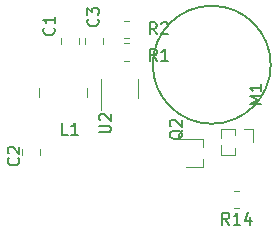
<source format=gbr>
%TF.GenerationSoftware,KiCad,Pcbnew,7.0.5*%
%TF.CreationDate,2023-07-26T01:35:09-03:00*%
%TF.ProjectId,HallCoinDetector,48616c6c-436f-4696-9e44-65746563746f,rev?*%
%TF.SameCoordinates,Original*%
%TF.FileFunction,Legend,Top*%
%TF.FilePolarity,Positive*%
%FSLAX46Y46*%
G04 Gerber Fmt 4.6, Leading zero omitted, Abs format (unit mm)*
G04 Created by KiCad (PCBNEW 7.0.5) date 2023-07-26 01:35:09*
%MOMM*%
%LPD*%
G01*
G04 APERTURE LIST*
%ADD10C,0.150000*%
%ADD11C,0.120000*%
G04 APERTURE END LIST*
D10*
X177639120Y-99650800D02*
G75*
G03*
X177639120Y-99650800I-4994960J0D01*
G01*
%TO.C,M1*%
X176854819Y-102976823D02*
X175854819Y-102976823D01*
X175854819Y-102976823D02*
X176569104Y-102643490D01*
X176569104Y-102643490D02*
X175854819Y-102310157D01*
X175854819Y-102310157D02*
X176854819Y-102310157D01*
X176854819Y-101310157D02*
X176854819Y-101881585D01*
X176854819Y-101595871D02*
X175854819Y-101595871D01*
X175854819Y-101595871D02*
X175997676Y-101691109D01*
X175997676Y-101691109D02*
X176092914Y-101786347D01*
X176092914Y-101786347D02*
X176140533Y-101881585D01*
%TO.C,U2*%
X163104819Y-105371904D02*
X163914342Y-105371904D01*
X163914342Y-105371904D02*
X164009580Y-105324285D01*
X164009580Y-105324285D02*
X164057200Y-105276666D01*
X164057200Y-105276666D02*
X164104819Y-105181428D01*
X164104819Y-105181428D02*
X164104819Y-104990952D01*
X164104819Y-104990952D02*
X164057200Y-104895714D01*
X164057200Y-104895714D02*
X164009580Y-104848095D01*
X164009580Y-104848095D02*
X163914342Y-104800476D01*
X163914342Y-104800476D02*
X163104819Y-104800476D01*
X163200057Y-104371904D02*
X163152438Y-104324285D01*
X163152438Y-104324285D02*
X163104819Y-104229047D01*
X163104819Y-104229047D02*
X163104819Y-103990952D01*
X163104819Y-103990952D02*
X163152438Y-103895714D01*
X163152438Y-103895714D02*
X163200057Y-103848095D01*
X163200057Y-103848095D02*
X163295295Y-103800476D01*
X163295295Y-103800476D02*
X163390533Y-103800476D01*
X163390533Y-103800476D02*
X163533390Y-103848095D01*
X163533390Y-103848095D02*
X164104819Y-104419523D01*
X164104819Y-104419523D02*
X164104819Y-103800476D01*
%TO.C,R2*%
X167983333Y-97064819D02*
X167650000Y-96588628D01*
X167411905Y-97064819D02*
X167411905Y-96064819D01*
X167411905Y-96064819D02*
X167792857Y-96064819D01*
X167792857Y-96064819D02*
X167888095Y-96112438D01*
X167888095Y-96112438D02*
X167935714Y-96160057D01*
X167935714Y-96160057D02*
X167983333Y-96255295D01*
X167983333Y-96255295D02*
X167983333Y-96398152D01*
X167983333Y-96398152D02*
X167935714Y-96493390D01*
X167935714Y-96493390D02*
X167888095Y-96541009D01*
X167888095Y-96541009D02*
X167792857Y-96588628D01*
X167792857Y-96588628D02*
X167411905Y-96588628D01*
X168364286Y-96160057D02*
X168411905Y-96112438D01*
X168411905Y-96112438D02*
X168507143Y-96064819D01*
X168507143Y-96064819D02*
X168745238Y-96064819D01*
X168745238Y-96064819D02*
X168840476Y-96112438D01*
X168840476Y-96112438D02*
X168888095Y-96160057D01*
X168888095Y-96160057D02*
X168935714Y-96255295D01*
X168935714Y-96255295D02*
X168935714Y-96350533D01*
X168935714Y-96350533D02*
X168888095Y-96493390D01*
X168888095Y-96493390D02*
X168316667Y-97064819D01*
X168316667Y-97064819D02*
X168935714Y-97064819D01*
%TO.C,C1*%
X159259580Y-96526666D02*
X159307200Y-96574285D01*
X159307200Y-96574285D02*
X159354819Y-96717142D01*
X159354819Y-96717142D02*
X159354819Y-96812380D01*
X159354819Y-96812380D02*
X159307200Y-96955237D01*
X159307200Y-96955237D02*
X159211961Y-97050475D01*
X159211961Y-97050475D02*
X159116723Y-97098094D01*
X159116723Y-97098094D02*
X158926247Y-97145713D01*
X158926247Y-97145713D02*
X158783390Y-97145713D01*
X158783390Y-97145713D02*
X158592914Y-97098094D01*
X158592914Y-97098094D02*
X158497676Y-97050475D01*
X158497676Y-97050475D02*
X158402438Y-96955237D01*
X158402438Y-96955237D02*
X158354819Y-96812380D01*
X158354819Y-96812380D02*
X158354819Y-96717142D01*
X158354819Y-96717142D02*
X158402438Y-96574285D01*
X158402438Y-96574285D02*
X158450057Y-96526666D01*
X159354819Y-95574285D02*
X159354819Y-96145713D01*
X159354819Y-95859999D02*
X158354819Y-95859999D01*
X158354819Y-95859999D02*
X158497676Y-95955237D01*
X158497676Y-95955237D02*
X158592914Y-96050475D01*
X158592914Y-96050475D02*
X158640533Y-96145713D01*
%TO.C,R14*%
X174116442Y-113185619D02*
X173783109Y-112709428D01*
X173545014Y-113185619D02*
X173545014Y-112185619D01*
X173545014Y-112185619D02*
X173925966Y-112185619D01*
X173925966Y-112185619D02*
X174021204Y-112233238D01*
X174021204Y-112233238D02*
X174068823Y-112280857D01*
X174068823Y-112280857D02*
X174116442Y-112376095D01*
X174116442Y-112376095D02*
X174116442Y-112518952D01*
X174116442Y-112518952D02*
X174068823Y-112614190D01*
X174068823Y-112614190D02*
X174021204Y-112661809D01*
X174021204Y-112661809D02*
X173925966Y-112709428D01*
X173925966Y-112709428D02*
X173545014Y-112709428D01*
X175068823Y-113185619D02*
X174497395Y-113185619D01*
X174783109Y-113185619D02*
X174783109Y-112185619D01*
X174783109Y-112185619D02*
X174687871Y-112328476D01*
X174687871Y-112328476D02*
X174592633Y-112423714D01*
X174592633Y-112423714D02*
X174497395Y-112471333D01*
X175925966Y-112518952D02*
X175925966Y-113185619D01*
X175687871Y-112138000D02*
X175449776Y-112852285D01*
X175449776Y-112852285D02*
X176068823Y-112852285D01*
%TO.C,R1*%
X167983333Y-99314819D02*
X167650000Y-98838628D01*
X167411905Y-99314819D02*
X167411905Y-98314819D01*
X167411905Y-98314819D02*
X167792857Y-98314819D01*
X167792857Y-98314819D02*
X167888095Y-98362438D01*
X167888095Y-98362438D02*
X167935714Y-98410057D01*
X167935714Y-98410057D02*
X167983333Y-98505295D01*
X167983333Y-98505295D02*
X167983333Y-98648152D01*
X167983333Y-98648152D02*
X167935714Y-98743390D01*
X167935714Y-98743390D02*
X167888095Y-98791009D01*
X167888095Y-98791009D02*
X167792857Y-98838628D01*
X167792857Y-98838628D02*
X167411905Y-98838628D01*
X168935714Y-99314819D02*
X168364286Y-99314819D01*
X168650000Y-99314819D02*
X168650000Y-98314819D01*
X168650000Y-98314819D02*
X168554762Y-98457676D01*
X168554762Y-98457676D02*
X168459524Y-98552914D01*
X168459524Y-98552914D02*
X168364286Y-98600533D01*
%TO.C,C2*%
X156259580Y-107526666D02*
X156307200Y-107574285D01*
X156307200Y-107574285D02*
X156354819Y-107717142D01*
X156354819Y-107717142D02*
X156354819Y-107812380D01*
X156354819Y-107812380D02*
X156307200Y-107955237D01*
X156307200Y-107955237D02*
X156211961Y-108050475D01*
X156211961Y-108050475D02*
X156116723Y-108098094D01*
X156116723Y-108098094D02*
X155926247Y-108145713D01*
X155926247Y-108145713D02*
X155783390Y-108145713D01*
X155783390Y-108145713D02*
X155592914Y-108098094D01*
X155592914Y-108098094D02*
X155497676Y-108050475D01*
X155497676Y-108050475D02*
X155402438Y-107955237D01*
X155402438Y-107955237D02*
X155354819Y-107812380D01*
X155354819Y-107812380D02*
X155354819Y-107717142D01*
X155354819Y-107717142D02*
X155402438Y-107574285D01*
X155402438Y-107574285D02*
X155450057Y-107526666D01*
X155450057Y-107145713D02*
X155402438Y-107098094D01*
X155402438Y-107098094D02*
X155354819Y-107002856D01*
X155354819Y-107002856D02*
X155354819Y-106764761D01*
X155354819Y-106764761D02*
X155402438Y-106669523D01*
X155402438Y-106669523D02*
X155450057Y-106621904D01*
X155450057Y-106621904D02*
X155545295Y-106574285D01*
X155545295Y-106574285D02*
X155640533Y-106574285D01*
X155640533Y-106574285D02*
X155783390Y-106621904D01*
X155783390Y-106621904D02*
X156354819Y-107193332D01*
X156354819Y-107193332D02*
X156354819Y-106574285D01*
%TO.C,L1*%
X160483333Y-105564819D02*
X160007143Y-105564819D01*
X160007143Y-105564819D02*
X160007143Y-104564819D01*
X161340476Y-105564819D02*
X160769048Y-105564819D01*
X161054762Y-105564819D02*
X161054762Y-104564819D01*
X161054762Y-104564819D02*
X160959524Y-104707676D01*
X160959524Y-104707676D02*
X160864286Y-104802914D01*
X160864286Y-104802914D02*
X160769048Y-104850533D01*
%TO.C,Q2*%
X170200057Y-105205238D02*
X170152438Y-105300476D01*
X170152438Y-105300476D02*
X170057200Y-105395714D01*
X170057200Y-105395714D02*
X169914342Y-105538571D01*
X169914342Y-105538571D02*
X169866723Y-105633809D01*
X169866723Y-105633809D02*
X169866723Y-105729047D01*
X170104819Y-105681428D02*
X170057200Y-105776666D01*
X170057200Y-105776666D02*
X169961961Y-105871904D01*
X169961961Y-105871904D02*
X169771485Y-105919523D01*
X169771485Y-105919523D02*
X169438152Y-105919523D01*
X169438152Y-105919523D02*
X169247676Y-105871904D01*
X169247676Y-105871904D02*
X169152438Y-105776666D01*
X169152438Y-105776666D02*
X169104819Y-105681428D01*
X169104819Y-105681428D02*
X169104819Y-105490952D01*
X169104819Y-105490952D02*
X169152438Y-105395714D01*
X169152438Y-105395714D02*
X169247676Y-105300476D01*
X169247676Y-105300476D02*
X169438152Y-105252857D01*
X169438152Y-105252857D02*
X169771485Y-105252857D01*
X169771485Y-105252857D02*
X169961961Y-105300476D01*
X169961961Y-105300476D02*
X170057200Y-105395714D01*
X170057200Y-105395714D02*
X170104819Y-105490952D01*
X170104819Y-105490952D02*
X170104819Y-105681428D01*
X169200057Y-104871904D02*
X169152438Y-104824285D01*
X169152438Y-104824285D02*
X169104819Y-104729047D01*
X169104819Y-104729047D02*
X169104819Y-104490952D01*
X169104819Y-104490952D02*
X169152438Y-104395714D01*
X169152438Y-104395714D02*
X169200057Y-104348095D01*
X169200057Y-104348095D02*
X169295295Y-104300476D01*
X169295295Y-104300476D02*
X169390533Y-104300476D01*
X169390533Y-104300476D02*
X169533390Y-104348095D01*
X169533390Y-104348095D02*
X170104819Y-104919523D01*
X170104819Y-104919523D02*
X170104819Y-104300476D01*
%TO.C,C3*%
X163009580Y-95776666D02*
X163057200Y-95824285D01*
X163057200Y-95824285D02*
X163104819Y-95967142D01*
X163104819Y-95967142D02*
X163104819Y-96062380D01*
X163104819Y-96062380D02*
X163057200Y-96205237D01*
X163057200Y-96205237D02*
X162961961Y-96300475D01*
X162961961Y-96300475D02*
X162866723Y-96348094D01*
X162866723Y-96348094D02*
X162676247Y-96395713D01*
X162676247Y-96395713D02*
X162533390Y-96395713D01*
X162533390Y-96395713D02*
X162342914Y-96348094D01*
X162342914Y-96348094D02*
X162247676Y-96300475D01*
X162247676Y-96300475D02*
X162152438Y-96205237D01*
X162152438Y-96205237D02*
X162104819Y-96062380D01*
X162104819Y-96062380D02*
X162104819Y-95967142D01*
X162104819Y-95967142D02*
X162152438Y-95824285D01*
X162152438Y-95824285D02*
X162200057Y-95776666D01*
X162104819Y-95443332D02*
X162104819Y-94824285D01*
X162104819Y-94824285D02*
X162485771Y-95157618D01*
X162485771Y-95157618D02*
X162485771Y-95014761D01*
X162485771Y-95014761D02*
X162533390Y-94919523D01*
X162533390Y-94919523D02*
X162581009Y-94871904D01*
X162581009Y-94871904D02*
X162676247Y-94824285D01*
X162676247Y-94824285D02*
X162914342Y-94824285D01*
X162914342Y-94824285D02*
X163009580Y-94871904D01*
X163009580Y-94871904D02*
X163057200Y-94919523D01*
X163057200Y-94919523D02*
X163104819Y-95014761D01*
X163104819Y-95014761D02*
X163104819Y-95300475D01*
X163104819Y-95300475D02*
X163057200Y-95395713D01*
X163057200Y-95395713D02*
X163009580Y-95443332D01*
D11*
%TO.C,M1*%
X176120400Y-105065700D02*
X176120400Y-106175700D01*
X175360400Y-105065700D02*
X176120400Y-105065700D01*
X174600400Y-105065700D02*
X173395400Y-105065700D01*
X174600400Y-105065700D02*
X174600400Y-105612229D01*
X173395400Y-105065700D02*
X173395400Y-105868170D01*
X173395400Y-106483230D02*
X173395400Y-107285700D01*
X174600400Y-106739171D02*
X174600400Y-107285700D01*
X174600400Y-107285700D02*
X173395400Y-107285700D01*
%TO.C,U2*%
X163280000Y-101670000D02*
X163280000Y-103470000D01*
X163280000Y-101670000D02*
X163280000Y-100870000D01*
X166400000Y-101670000D02*
X166400000Y-102470000D01*
X166400000Y-101670000D02*
X166400000Y-100870000D01*
%TO.C,R2*%
X165641064Y-97388600D02*
X165186936Y-97388600D01*
X165641064Y-95918600D02*
X165186936Y-95918600D01*
%TO.C,C1*%
X159903800Y-97880052D02*
X159903800Y-97357548D01*
X161373800Y-97880052D02*
X161373800Y-97357548D01*
%TO.C,R14*%
X174986364Y-111815800D02*
X174532236Y-111815800D01*
X174986364Y-110345800D02*
X174532236Y-110345800D01*
%TO.C,R1*%
X165186936Y-97849000D02*
X165641064Y-97849000D01*
X165186936Y-99319000D02*
X165641064Y-99319000D01*
%TO.C,C2*%
X156601800Y-107278052D02*
X156601800Y-106755548D01*
X158071800Y-107278052D02*
X158071800Y-106755548D01*
%TO.C,L1*%
X158047200Y-102357600D02*
X158047200Y-101617600D01*
X162067200Y-101617600D02*
X162067200Y-102357600D01*
%TO.C,Q2*%
X170490400Y-108268000D02*
X171900400Y-108268000D01*
X171900400Y-105948000D02*
X169870400Y-105948000D01*
X171900400Y-105948000D02*
X171900400Y-106608000D01*
X171900400Y-107608000D02*
X171900400Y-108268000D01*
%TO.C,C3*%
X161935800Y-97930852D02*
X161935800Y-97408348D01*
X163405800Y-97930852D02*
X163405800Y-97408348D01*
%TD*%
M02*

</source>
